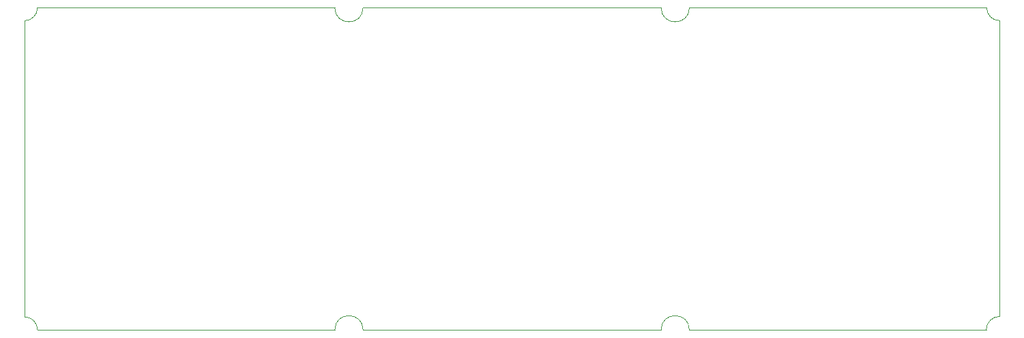
<source format=gbr>
%TF.GenerationSoftware,KiCad,Pcbnew,8.0.4*%
%TF.CreationDate,2024-08-12T18:32:05+02:00*%
%TF.ProjectId,PowerAmplifier,506f7765-7241-46d7-906c-69666965722e,rev?*%
%TF.SameCoordinates,Original*%
%TF.FileFunction,Profile,NP*%
%FSLAX46Y46*%
G04 Gerber Fmt 4.6, Leading zero omitted, Abs format (unit mm)*
G04 Created by KiCad (PCBNEW 8.0.4) date 2024-08-12 18:32:05*
%MOMM*%
%LPD*%
G01*
G04 APERTURE LIST*
%TA.AperFunction,Profile*%
%ADD10C,0.050000*%
%TD*%
G04 APERTURE END LIST*
D10*
X91350000Y-80000000D02*
G75*
G02*
X89750000Y-81600000I-1600000J0D01*
G01*
X131750000Y-120000000D02*
X168750000Y-120000000D01*
X172250000Y-120000000D02*
X209100000Y-120000000D01*
X210750000Y-118350000D02*
X210750000Y-81600000D01*
X128250000Y-120000000D02*
G75*
G02*
X131750000Y-120000000I1750000J0D01*
G01*
X128250000Y-80000000D02*
X91350000Y-80000000D01*
X209100000Y-120000000D02*
G75*
G02*
X210750000Y-118350000I1650000J0D01*
G01*
X168750000Y-80000000D02*
X131750000Y-80000000D01*
X172250000Y-80000000D02*
G75*
G02*
X168750000Y-80000000I-1750000J0D01*
G01*
X168750000Y-120000000D02*
G75*
G02*
X172250000Y-120000000I1750000J0D01*
G01*
X91350000Y-120000000D02*
X128250000Y-120000000D01*
X89750000Y-81600000D02*
X89750000Y-118400000D01*
X89750000Y-118400000D02*
G75*
G02*
X91350000Y-120000000I0J-1600000D01*
G01*
X131750000Y-80000000D02*
G75*
G02*
X128250000Y-80000000I-1750000J0D01*
G01*
X210750000Y-81600000D02*
G75*
G02*
X209150000Y-80000000I0J1600000D01*
G01*
X209150000Y-80000000D02*
X172250000Y-80000000D01*
M02*

</source>
